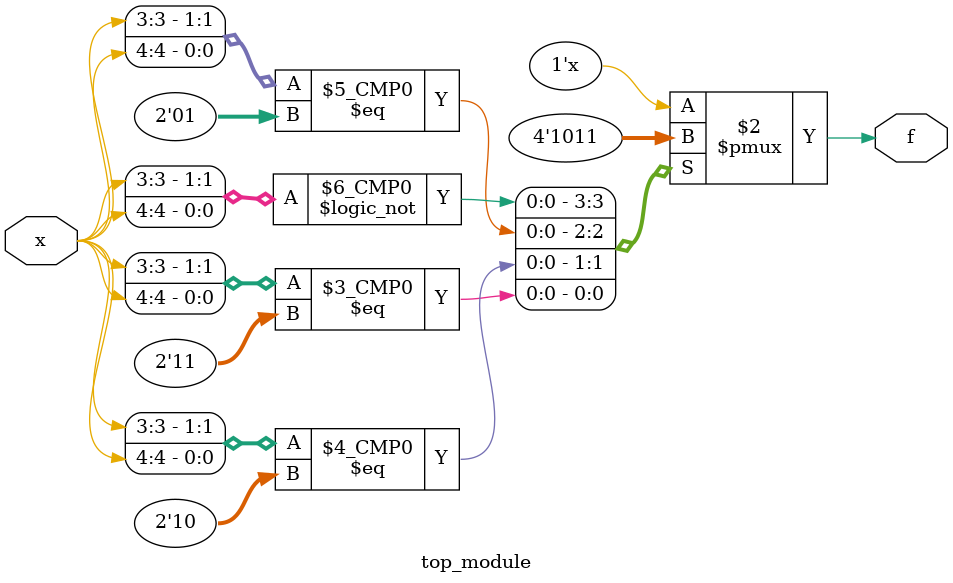
<source format=sv>
module top_module (
	input [4:1] x,
	output logic f
);

always_comb begin
    case({x[3],x[4]})
		2'b00: f = 1'b1;                   
		2'b01: f = 1'b0;                   
		2'b10: f = 1'b1;                   
		2'b11: f = 1'b1;                   
	endcase
end

endmodule

</source>
